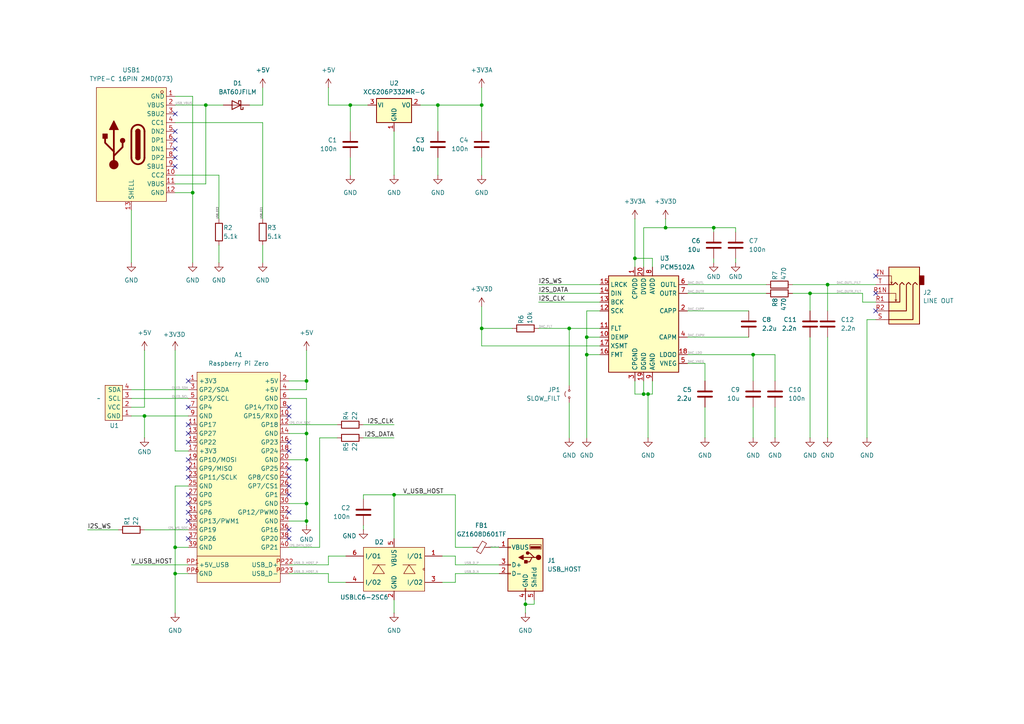
<source format=kicad_sch>
(kicad_sch (version 20250114) (generator "eeschema") (generator_version "9.0")
  (paper "A4")
  (lib_symbols
    (symbol "Audio:PCM5102A"
      (property "Reference" "U" (at -10.16 13.97 0))
      (property "Value" "PCM5102A" (at 3.81 13.97 0))
      (symbol "PCM5102A_0_1"
        (rectangle (start -10.16 12.7) (end 10.16 -15.24) (stroke (width 0.254)) (fill (type background)))
      )
      (symbol "PCM5102A_1_1"
        (pin input line (at -12.7 10.16 0) (length 2.54) (name "LRCK") (number "15"))
        (pin input line (at -12.7 7.62 0) (length 2.54) (name "DIN") (number "14"))
        (pin input line (at -12.7 5.08 0) (length 2.54) (name "BCK") (number "13"))
        (pin input line (at -12.7 2.54 0) (length 2.54) (name "SCK") (number "12"))
        (pin input line (at -12.7 -2.54 0) (length 2.54) (name "FLT") (number "11"))
        (pin input line (at -12.7 -5.08 0) (length 2.54) (name "DEMP") (number "10"))
        (pin input line (at -12.7 -7.62 0) (length 2.54) (name "XSMT") (number "17"))
        (pin input line (at -12.7 -10.16 0) (length 2.54) (name "FMT") (number "16"))
        (pin passive line (at -2.54 15.24 270) (length 2.54) (name "CPVDD") (number "1"))
        (pin power_in line (at -2.54 -17.78 90) (length 2.54) (name "CPGND") (number "3"))
        (pin power_in line (at 0 15.24 270) (length 2.54) (name "DVDD") (number "20"))
        (pin power_in line (at 0 -17.78 90) (length 2.54) (name "DGND") (number "19"))
        (pin power_in line (at 2.54 15.24 270) (length 2.54) (name "AVDD") (number "8"))
        (pin power_in line (at 2.54 -17.78 90) (length 2.54) (name "AGND") (number "9"))
        (pin output line (at 12.7 10.16 180) (length 2.54) (name "OUTL") (number "6"))
        (pin output line (at 12.7 7.62 180) (length 2.54) (name "OUTR") (number "7"))
        (pin passive line (at 12.7 2.54 180) (length 2.54) (name "CAPP") (number "2"))
        (pin passive line (at 12.7 -5.08 180) (length 2.54) (name "CAPM") (number "4"))
        (pin passive line (at 12.7 -10.16 180) (length 2.54) (name "LDOO") (number "18"))
        (pin passive line (at 12.7 -12.7 180) (length 2.54) (name "VNEG") (number "5"))
      )
    )
    (symbol "Connector:USB_A" (pin_names (offset 1.016))
      (property "Reference" "J" (at -5.08 11.43 0))
      (property "Value" "USB_A" (at -5.08 8.89 0))
      (symbol "USB_A_0_1"
        (rectangle (start -5.08 -7.62) (end 5.08 7.62) (stroke (width 0.254)) (fill (type background)))
        (circle (center -3.81 2.159) (radius 0.635) (stroke (width 0.254)) (fill (type outline)))
        (polyline (pts (xy -3.175 2.159) (xy -2.54 2.159) (xy -1.27 3.429) (xy -0.635 3.429)) (stroke (width 0.254)))
        (polyline (pts (xy -2.54 2.159) (xy -1.905 2.159) (xy -1.27 0.889) (xy 0 0.889)) (stroke (width 0.254)))
        (rectangle (start -1.524 4.826) (end -4.318 5.334) (fill (type outline)))
        (rectangle (start -1.27 4.572) (end -4.572 5.842))
        (circle (center -0.635 3.429) (radius 0.381) (stroke (width 0.254)) (fill (type outline)))
        (rectangle (start -0.127 -7.62) (end 0.127 -6.858))
        (rectangle (start 0.254 1.27) (end -0.508 0.508) (stroke (width 0.254)) (fill (type outline)))
        (polyline (pts (xy 0.635 2.794) (xy 0.635 1.524) (xy 1.905 2.159) (xy 0.635 2.794)) (stroke (width 0.254)) (fill (type outline)))
        (rectangle (start 5.08 4.953) (end 4.318 5.207))
        (rectangle (start 5.08 -0.127) (end 4.318 0.127))
        (rectangle (start 5.08 -2.667) (end 4.318 -2.413))
      )
      (symbol "USB_A_1_1"
        (polyline (pts (xy -1.905 2.159) (xy 0.635 2.159)) (stroke (width 0.254)))
        (pin passive line (at -2.54 -10.16 90) (length 2.54) (name "Shield") (number "5"))
        (pin power_in line (at 0 -10.16 90) (length 2.54) (name "GND") (number "4"))
        (pin power_in line (at 7.62 5.08 180) (length 2.54) (name "VBUS") (number "1"))
        (pin bidirectional line (at 7.62 0 180) (length 2.54) (name "D+") (number "3"))
        (pin bidirectional line (at 7.62 -2.54 180) (length 2.54) (name "D-") (number "2"))
      )
    )
    (symbol "Connector_Audio:AudioJack4_SwitchTR1"
      (property "Reference" "J" (at 0 11.43 0))
      (property "Value" "AudioJack4_SwitchTR1" (at 0 8.89 0))
      (symbol "AudioJack4_SwitchTR1_0_1"
        (rectangle (start -7.62 -5.08) (end -8.89 -7.62) (stroke (width 0.254)) (fill (type outline)))
        (rectangle (start 1.27 6.35) (end -7.62 -10.16) (stroke (width 0.254)) (fill (type background)))
        (polyline (pts (xy 1.27 2.54) (xy 2.54 2.54)))
        (polyline (pts (xy 1.27 -5.08) (xy 2.54 -5.08)))
        (polyline (pts (xy 2.54 5.08) (xy 1.27 5.08)))
        (polyline (pts (xy 2.54 0) (xy 1.27 0)))
      )
      (symbol "AudioJack4_SwitchTR1_1_1"
        (polyline (pts (xy -3.175 -5.08) (xy -2.54 -5.715) (xy -1.905 -5.08) (xy -1.905 0) (xy 1.27 0)) (stroke (width 0.254)))
        (polyline (pts (xy -1.27 -5.08) (xy -0.635 -5.715) (xy 0 -5.08) (xy 1.27 -5.08)) (stroke (width 0.254)))
        (polyline (pts (xy -0.762 -0.254) (xy -0.508 -0.762)))
        (polyline (pts (xy 0.508 -5.334) (xy 0.762 -5.842)))
        (polyline (pts (xy 1.27 5.08) (xy -5.715 5.08) (xy -5.715 -5.08) (xy -6.35 -5.715) (xy -6.985 -5.08)) (stroke (width 0.254)))
        (polyline (pts (xy 1.27 2.54) (xy -3.81 2.54) (xy -3.81 -5.08) (xy -4.445 -5.715) (xy -5.08 -5.08)) (stroke (width 0.254)))
        (polyline (pts (xy 2.54 -2.54) (xy -0.762 -2.54) (xy -0.762 -0.254) (xy -1.016 -0.762)))
        (polyline (pts (xy 2.54 -7.62) (xy 0.508 -7.62) (xy 0.508 -5.334) (xy 0.254 -5.842)))
        (pin passive line (at 5.08 5.08 180) (length 2.54) (name "~") (number "S"))
        (pin passive line (at 5.08 2.54 180) (length 2.54) (name "~") (number "R2"))
        (pin passive line (at 5.08 0 180) (length 2.54) (name "~") (number "R1"))
        (pin passive line (at 5.08 -2.54 180) (length 2.54) (name "~") (number "R1N"))
        (pin passive line (at 5.08 -5.08 180) (length 2.54) (name "~") (number "T"))
        (pin passive line (at 5.08 -7.62 180) (length 2.54) (name "~") (number "TN"))
      )
    )
    (symbol "Device:C" (pin_numbers (hide yes)) (pin_names (offset 0.254))
      (property "Reference" "C" (at 0.635 2.54 0))
      (property "Value" "C" (at 0.635 -2.54 0))
      (symbol "C_0_1"
        (polyline (pts (xy -2.032 0.762) (xy 2.032 0.762)) (stroke (width 0.508)))
        (polyline (pts (xy -2.032 -0.762) (xy 2.032 -0.762)) (stroke (width 0.508)))
      )
      (symbol "C_1_1"
        (pin passive line (at 0 3.81 270) (length 2.794) (name "~") (number "1"))
        (pin passive line (at 0 -3.81 90) (length 2.794) (name "~") (number "2"))
      )
    )
    (symbol "Device:D_Schottky" (pin_numbers (hide yes)) (pin_names (offset 1.016) (hide yes))
      (property "Reference" "D" (at 0 2.54 0))
      (property "Value" "D_Schottky" (at 0 -2.54 0))
      (symbol "D_Schottky_0_1"
        (polyline (pts (xy -1.905 0.635) (xy -1.905 1.27) (xy -1.27 1.27) (xy -1.27 -1.27) (xy -0.635 -1.27) (xy -0.635 -0.635)) (stroke (width 0.254)))
        (polyline (pts (xy 1.27 1.27) (xy 1.27 -1.27) (xy -1.27 0) (xy 1.27 1.27)) (stroke (width 0.254)))
        (polyline (pts (xy 1.27 0) (xy -1.27 0)))
      )
      (symbol "D_Schottky_1_1"
        (pin passive line (at -3.81 0 0) (length 2.54) (name "K") (number "1"))
        (pin passive line (at 3.81 0 180) (length 2.54) (name "A") (number "2"))
      )
    )
    (symbol "Device:FerriteBead_Small" (pin_numbers (hide yes)) (pin_names (offset 0))
      (property "Reference" "FB" (at 1.905 1.27 0))
      (property "Value" "FerriteBead_Small" (at 1.905 -1.27 0))
      (symbol "FerriteBead_Small_0_1"
        (polyline (pts (xy -1.8288 0.2794) (xy -1.1176 1.4986) (xy 1.8288 -0.2032) (xy 1.1176 -1.4224) (xy -1.8288 0.2794)))
        (polyline (pts (xy 0 0.889) (xy 0 1.2954)))
        (polyline (pts (xy 0 -1.27) (xy 0 -0.7874)))
      )
      (symbol "FerriteBead_Small_1_1"
        (pin passive line (at 0 2.54 270) (length 1.27) (name "~") (number "1"))
        (pin passive line (at 0 -2.54 90) (length 1.27) (name "~") (number "2"))
      )
    )
    (symbol "Device:R" (pin_numbers (hide yes)) (pin_names (offset 0))
      (property "Reference" "R" (at 2.032 0 90))
      (property "Value" "R" (at 0 0 90))
      (symbol "R_0_1"
        (rectangle (start -1.016 -2.54) (end 1.016 2.54) (stroke (width 0.254)))
      )
      (symbol "R_1_1"
        (pin passive line (at 0 3.81 270) (length 1.27) (name "~") (number "1"))
        (pin passive line (at 0 -3.81 90) (length 1.27) (name "~") (number "2"))
      )
    )
    (symbol "Jumper:Jumper_2_Small_Open" (pin_numbers (hide yes)) (pin_names (offset 0) (hide yes))
      (property "Reference" "JP" (at 0 2.794 0))
      (property "Value" "Jumper_2_Small_Open" (at 0 -2.286 0))
      (symbol "Jumper_2_Small_Open_0_0"
        (circle (center -1.016 0) (radius 0.254))
        (circle (center 1.016 0) (radius 0.254))
      )
      (symbol "Jumper_2_Small_Open_0_1"
        (arc (start -0.762 1.0196) (mid 0 1.2729) (end 0.762 1.0196))
      )
      (symbol "Jumper_2_Small_Open_1_1"
        (pin passive line (at -2.54 0 0) (length 1.27) (name "A") (number "1"))
        (pin passive line (at 2.54 0 180) (length 1.27) (name "B") (number "2"))
      )
    )
    (symbol "Regulator_Linear:XC6206PxxxMR" (pin_names (offset 0.254))
      (property "Reference" "U" (at -3.81 3.175 0))
      (property "Value" "XC6206PxxxMR" (at 0 3.175 0))
      (symbol "XC6206PxxxMR_0_1"
        (rectangle (start -5.08 1.905) (end 5.08 -5.08) (stroke (width 0.254)) (fill (type background)))
      )
      (symbol "XC6206PxxxMR_1_1"
        (pin power_in line (at -7.62 0 0) (length 2.54) (name "VI") (number "3"))
        (pin power_in line (at 0 -7.62 90) (length 2.54) (name "GND") (number "1"))
        (pin power_out line (at 7.62 0 180) (length 2.54) (name "VO") (number "2"))
      )
    )
    (symbol "_lib:OLED_128x32"
      (property "Reference" "U" (at 0 0 0))
      (symbol "OLED_128x32_1_1"
        (rectangle (start 0 5.08) (end 5.08 -5.08) (fill (type background)))
        (pin power_in line (at -2.54 3.81 0) (length 2.54) (name "GND") (number "1"))
        (pin power_in line (at -2.54 1.27 0) (length 2.54) (name "VCC") (number "2"))
        (pin input line (at -2.54 -1.27 0) (length 2.54) (name "SCL") (number "3"))
        (pin input line (at -2.54 -3.81 0) (length 2.54) (name "SDA") (number "4"))
      )
    )
    (symbol "_lib:Raspberry_Pi_Zero"
      (property "Reference" "A" (at 3.048 3.81 0))
      (property "Value" "Raspberry Pi Zero" (at 13.462 -60.198 0))
      (symbol "Raspberry_Pi_Zero_1_1"
        (rectangle (start 2.54 2.54) (end 26.67 -58.42) (fill (type background)))
        (polyline (pts (xy 2.54 -50.8) (xy 26.67 -50.8)))
        (pin input line (at 0 0 0) (length 2.54) (name "+3V3") (number "1"))
        (pin input line (at 0 -2.54 0) (length 2.54) (name "GP2/SDA") (number "3"))
        (pin input line (at 0 -5.08 0) (length 2.54) (name "GP3/SCL") (number "5"))
        (pin input line (at 0 -7.62 0) (length 2.54) (name "GP4") (number "7"))
        (pin input line (at 0 -10.16 0) (length 2.54) (name "GND") (number "9"))
        (pin input line (at 0 -12.7 0) (length 2.54) (name "GP17") (number "11"))
        (pin input line (at 0 -15.24 0) (length 2.54) (name "GP27") (number "13"))
        (pin input line (at 0 -17.78 0) (length 2.54) (name "GP22") (number "15"))
        (pin input line (at 0 -20.32 0) (length 2.54) (name "+3V3") (number "17"))
        (pin input line (at 0 -22.86 0) (length 2.54) (name "GP10/MOSI") (number "19"))
        (pin input line (at 0 -25.4 0) (length 2.54) (name "GP9/MISO") (number "21"))
        (pin input line (at 0 -27.94 0) (length 2.54) (name "GP11/SCLK") (number "23"))
        (pin input line (at 0 -30.48 0) (length 2.54) (name "GND") (number "25"))
        (pin input line (at 0 -33.02 0) (length 2.54) (name "GP0") (number "27"))
        (pin input line (at 0 -35.56 0) (length 2.54) (name "GP5") (number "29"))
        (pin input line (at 0 -38.1 0) (length 2.54) (name "GP6") (number "31"))
        (pin input line (at 0 -40.64 0) (length 2.54) (name "GP13/PWM1") (number "33"))
        (pin input line (at 0 -43.18 0) (length 2.54) (name "GP19") (number "35"))
        (pin input line (at 0 -45.72 0) (length 2.54) (name "GP26") (number "37"))
        (pin input line (at 0 -48.26 0) (length 2.54) (name "GND") (number "39"))
        (pin input line (at 0 -53.34 0) (length 2.54) (name "+5V_USB") (number "PP1"))
        (pin input line (at 0 -55.88 0) (length 2.54) (name "GND") (number "PP6"))
        (pin input line (at 29.21 0 180) (length 2.54) (name "+5V") (number "2"))
        (pin input line (at 29.21 -2.54 180) (length 2.54) (name "+5V") (number "4"))
        (pin input line (at 29.21 -5.08 180) (length 2.54) (name "GND") (number "6"))
        (pin input line (at 29.21 -7.62 180) (length 2.54) (name "GP14/TXD") (number "8"))
        (pin input line (at 29.21 -10.16 180) (length 2.54) (name "GP15/RXD") (number "10"))
        (pin input line (at 29.21 -12.7 180) (length 2.54) (name "GP18") (number "12"))
        (pin input line (at 29.21 -15.24 180) (length 2.54) (name "GND") (number "14"))
        (pin input line (at 29.21 -17.78 180) (length 2.54) (name "GP23") (number "16"))
        (pin input line (at 29.21 -20.32 180) (length 2.54) (name "GP24") (number "18"))
        (pin input line (at 29.21 -22.86 180) (length 2.54) (name "GND") (number "20"))
        (pin input line (at 29.21 -25.4 180) (length 2.54) (name "GP25") (number "22"))
        (pin input line (at 29.21 -27.94 180) (length 2.54) (name "GP8/CS0") (number "24"))
        (pin input line (at 29.21 -30.48 180) (length 2.54) (name "GP7/CS1") (number "26"))
        (pin input line (at 29.21 -33.02 180) (length 2.54) (name "GP1") (number "28"))
        (pin input line (at 29.21 -35.56 180) (length 2.54) (name "GND") (number "30"))
        (pin input line (at 29.21 -38.1 180) (length 2.54) (name "GP12/PWM0") (number "32"))
        (pin input line (at 29.21 -40.64 180) (length 2.54) (name "GND") (number "34"))
        (pin input line (at 29.21 -43.18 180) (length 2.54) (name "GP16") (number "36"))
        (pin input line (at 29.21 -45.72 180) (length 2.54) (name "GP20") (number "38"))
        (pin input line (at 29.21 -48.26 180) (length 2.54) (name "GP21") (number "40"))
        (pin input line (at 29.21 -53.34 180) (length 2.54) (name "USB_D+") (number "PP22"))
        (pin input line (at 29.21 -55.88 180) (length 2.54) (name "USB_D-") (number "PP23"))
      )
    )
    (symbol "_lib:USB-C-SMD_TYPE-C-16PIN"
      (property "Reference" "USB" (at 0 19.05 0))
      (property "Value" "TYPE-C 16PIN 2MD(073)" (at 0 -25.908 0))
      (symbol "USB-C-SMD_TYPE-C-16PIN_0_1"
        (rectangle (start -10.16 16.51) (end 10.16 -16.51) (fill (type background)))
        (circle (center -8.89 15.24) (radius 0.38))
        (polyline (pts (xy -3.81 -3.81) (xy -3.81 3.81)) (stroke (width 0.508)))
        (rectangle (start -2.54 -3.81) (end -1.27 3.81) (stroke (width 0.254)) (fill (type outline)))
        (arc (start -2.54 3.81) (mid -1.905 4.4423) (end -1.27 3.81) (stroke (width 0.254)))
        (arc (start -2.54 3.81) (mid -1.905 4.4423) (end -1.27 3.81) (stroke (width 0.254)) (fill (type outline)))
        (arc (start -3.81 3.81) (mid -1.905 5.7067) (end 0 3.81) (stroke (width 0.508)))
        (arc (start 0 -3.81) (mid -1.905 -5.7067) (end -3.81 -3.81) (stroke (width 0.508)))
        (arc (start -1.27 -3.81) (mid -1.905 -4.4423) (end -2.54 -3.81) (stroke (width 0.254)))
        (arc (start -1.27 -3.81) (mid -1.905 -4.4423) (end -2.54 -3.81) (stroke (width 0.254)) (fill (type outline)))
        (polyline (pts (xy 0 3.81) (xy 0 -3.81)) (stroke (width 0.508)))
        (circle (center 2.54 1.143) (radius 0.635) (stroke (width 0.254)) (fill (type outline)))
        (polyline (pts (xy 3.81 4.318) (xy 5.08 6.858) (xy 6.35 4.318) (xy 3.81 4.318)) (stroke (width 0.254)) (fill (type outline)))
        (polyline (pts (xy 5.08 -2.032) (xy 7.62 0.508) (xy 7.62 1.778)) (stroke (width 0.508)))
        (polyline (pts (xy 5.08 -3.302) (xy 2.54 -0.762) (xy 2.54 0.508)) (stroke (width 0.508)))
        (polyline (pts (xy 5.08 -5.842) (xy 5.08 4.318)) (stroke (width 0.508)))
        (circle (center 5.08 -5.842) (radius 1.27) (fill (type outline)))
        (rectangle (start 6.985 1.778) (end 8.255 3.048) (stroke (width 0.254)) (fill (type outline)))
        (pin unspecified line (at -12.7 8.89 0) (length 2.54) (name "SBU2") (number "3"))
        (pin unspecified line (at -12.7 6.35 0) (length 2.54) (name "CC1") (number "4"))
        (pin unspecified line (at -12.7 -6.35 0) (length 2.54) (name "SBU1") (number "9"))
        (pin unspecified line (at -12.7 -8.89 0) (length 2.54) (name "CC2") (number "10"))
        (pin unspecified line (at 0 -19.05 90) (length 2.54) (name "SHELL") (number "13"))
      )
      (symbol "USB-C-SMD_TYPE-C-16PIN_1_1"
        (pin power_out line (at -12.7 13.97 0) (length 2.54) (name "GND") (number "1"))
        (pin power_out line (at -12.7 11.43 0) (length 2.54) (name "VBUS") (number "2"))
        (pin bidirectional line (at -12.7 3.81 0) (length 2.54) (name "DN2") (number "5"))
        (pin bidirectional line (at -12.7 1.27 0) (length 2.54) (name "DP1") (number "6"))
        (pin bidirectional line (at -12.7 -1.27 0) (length 2.54) (name "DN1") (number "7"))
        (pin bidirectional line (at -12.7 -3.81 0) (length 2.54) (name "DP2") (number "8"))
        (pin power_out line (at -12.7 -11.43 0) (length 2.54) (name "VBUS") (number "11"))
        (pin power_out line (at -12.7 -13.97 0) (length 2.54) (name "GND") (number "12"))
      )
    )
    (symbol "_lib:USBLC6-2SC6"
      (property "Reference" "D" (at -9.398 7.874 0))
      (property "Value" "USBLC6-2SC6" (at -8.89 -8.128 0))
      (symbol "USBLC6-2SC6_0_1"
        (rectangle (start -8.89 6.35) (end 8.89 -6.35) (fill (type background)))
        (circle (center -8.64 0) (radius 0.25))
        (polyline (pts (xy -6.35 1.27) (xy -6.35 1.27) (xy -2.54 1.27) (xy -2.54 1.27)))
        (polyline (pts (xy -2.8 -1.27) (xy -4.32 1.27) (xy -6.1 -1.27) (xy -2.8 -1.27)) (fill (type background)))
        (polyline (pts (xy 2.54 1.27) (xy 2.54 1.27) (xy 6.35 1.27) (xy 6.35 1.27)))
        (polyline (pts (xy 6.09 -1.27) (xy 4.57 1.27) (xy 2.79 -1.27) (xy 6.09 -1.27)) (fill (type background)))
      )
      (symbol "USBLC6-2SC6_1_1"
        (pin input line (at -13.97 3.81 0) (length 5.08) (name "I/O1") (number "1"))
        (pin input line (at -13.97 -3.81 0) (length 5.08) (name "I/O2") (number "3"))
        (pin input line (at 0 8.89 270) (length 2.54) (name "VBUS") (number "5"))
        (pin input line (at 0 -8.89 90) (length 2.54) (name "GND") (number "2"))
        (pin input line (at 13.97 3.81 180) (length 5.08) (name "I/O1") (number "6"))
        (pin input line (at 13.97 -3.81 180) (length 5.08) (name "I/O2") (number "4"))
      )
    )
    (symbol "power:+3V3" (power) (pin_numbers (hide yes)) (pin_names (offset 0) (hide yes))
      (property "Value" "+3V3" (at 0 3.556 0))
      (symbol "+3V3_0_1"
        (polyline (pts (xy -0.762 1.27) (xy 0 2.54)))
        (polyline (pts (xy 0 2.54) (xy 0.762 1.27)))
        (polyline (pts (xy 0 0) (xy 0 2.54)))
      )
      (symbol "+3V3_1_1"
        (pin power_in line (at 0 0 90) (length 0) (name "~") (number "1"))
      )
    )
    (symbol "power:+5V" (power) (pin_numbers (hide yes)) (pin_names (offset 0) (hide yes))
      (property "Value" "+5V" (at 0 3.556 0))
      (symbol "+5V_0_1"
        (polyline (pts (xy -0.762 1.27) (xy 0 2.54)))
        (polyline (pts (xy 0 2.54) (xy 0.762 1.27)))
        (polyline (pts (xy 0 0) (xy 0 2.54)))
      )
      (symbol "+5V_1_1"
        (pin power_in line (at 0 0 90) (length 0) (name "~") (number "1"))
      )
    )
    (symbol "power:GND" (power) (pin_numbers (hide yes)) (pin_names (offset 0) (hide yes))
      (property "Value" "GND" (at 0 -3.81 0))
      (symbol "GND_0_1"
        (polyline (pts (xy 0 0) (xy 0 -1.27) (xy 1.27 -1.27) (xy 0 -2.54) (xy -1.27 -1.27) (xy 0 -1.27)))
      )
      (symbol "GND_1_1"
        (pin power_in line (at 0 0 270) (length 0) (name "~") (number "1"))
      )
    )
  )
  (junction (at 193.04 66.04))
  (junction (at 50.8 158.75))
  (junction (at 127 30.48))
  (junction (at 240.03 82.55))
  (junction (at 186.69 114.3))
  (junction (at 50.8 166.37))
  (junction (at 207.01 66.04))
  (junction (at 139.7 30.48))
  (junction (at 88.9 151.13))
  (junction (at 234.95 85.09))
  (junction (at 41.91 120.65))
  (junction (at 218.44 102.87))
  (junction (at 114.3 143.51))
  (junction (at 165.1 95.25))
  (junction (at 187.96 114.3))
  (junction (at 88.9 110.49))
  (junction (at 88.9 133.35))
  (junction (at 88.9 125.73))
  (junction (at 88.9 146.05))
  (junction (at 184.15 74.93))
  (junction (at 55.88 55.88))
  (junction (at 170.18 102.87))
  (junction (at 170.18 97.79))
  (junction (at 139.7 95.25))
  (junction (at 59.69 30.48))
  (junction (at 152.4 175.26))
  (junction (at 101.6 30.48))
  (no_connect (at 50.8 40.64))
  (no_connect (at 54.61 133.35))
  (no_connect (at 54.61 148.59))
  (no_connect (at 54.61 135.89))
  (no_connect (at 83.82 130.81))
  (no_connect (at 83.82 153.67))
  (no_connect (at 54.61 143.51))
  (no_connect (at 54.61 110.49))
  (no_connect (at 50.8 38.1))
  (no_connect (at 54.61 128.27))
  (no_connect (at 54.61 118.11))
  (no_connect (at 254 80.01))
  (no_connect (at 50.8 33.02))
  (no_connect (at 83.82 143.51))
  (no_connect (at 50.8 45.72))
  (no_connect (at 83.82 140.97))
  (no_connect (at 50.8 43.18))
  (no_connect (at 54.61 125.73))
  (no_connect (at 54.61 123.19))
  (no_connect (at 54.61 156.21))
  (no_connect (at 50.8 48.26))
  (no_connect (at 83.82 120.65))
  (no_connect (at 254 85.09))
  (no_connect (at 54.61 151.13))
  (no_connect (at 83.82 148.59))
  (no_connect (at 83.82 138.43))
  (no_connect (at 54.61 146.05))
  (no_connect (at 83.82 156.21))
  (no_connect (at 254 90.17))
  (no_connect (at 83.82 135.89))
  (no_connect (at 54.61 138.43))
  (no_connect (at 83.82 118.11))
  (no_connect (at 83.82 128.27))
  (wire (pts (xy 184.15 114.3) (xy 186.69 114.3)))
  (wire (pts (xy 251.46 92.71) (xy 251.46 127)))
  (wire (pts (xy 193.04 63.5) (xy 193.04 66.04)))
  (wire (pts (xy 41.91 120.65) (xy 54.61 120.65)))
  (wire (pts (xy 95.25 25.4) (xy 95.25 30.48)))
  (wire (pts (xy 128.27 161.29) (xy 132.08 161.29)))
  (wire (pts (xy 50.8 140.97) (xy 50.8 158.75)))
  (wire (pts (xy 83.82 113.03) (xy 88.9 113.03)))
  (wire (pts (xy 50.8 101.6) (xy 50.8 130.81)))
  (wire (pts (xy 88.9 151.13) (xy 88.9 146.05)))
  (wire (pts (xy 170.18 90.17) (xy 170.18 97.79)))
  (wire (pts (xy 105.41 123.19) (xy 114.3 123.19)))
  (wire (pts (xy 186.69 66.04) (xy 193.04 66.04)))
  (wire (pts (xy 254 92.71) (xy 251.46 92.71)))
  (wire (pts (xy 173.99 100.33) (xy 139.7 100.33)))
  (wire (pts (xy 132.08 163.83) (xy 144.78 163.83)))
  (wire (pts (xy 83.82 166.37) (xy 95.25 166.37)))
  (wire (pts (xy 187.96 114.3) (xy 186.69 114.3)))
  (wire (pts (xy 170.18 97.79) (xy 170.18 102.87)))
  (wire (pts (xy 105.41 152.4) (xy 105.41 153.67)))
  (wire (pts (xy 38.1 118.11) (xy 41.91 118.11)))
  (wire (pts (xy 63.5 63.5) (xy 63.5 50.8)))
  (wire (pts (xy 76.2 30.48) (xy 76.2 25.4)))
  (wire (pts (xy 132.08 158.75) (xy 137.16 158.75)))
  (wire (pts (xy 139.7 100.33) (xy 139.7 95.25)))
  (wire (pts (xy 144.78 166.37) (xy 132.08 166.37)))
  (wire (pts (xy 41.91 118.11) (xy 41.91 101.6)))
  (wire (pts (xy 186.69 66.04) (xy 186.69 77.47)))
  (wire (pts (xy 132.08 166.37) (xy 132.08 168.91)))
  (wire (pts (xy 95.25 30.48) (xy 101.6 30.48)))
  (wire (pts (xy 207.01 67.31) (xy 207.01 66.04)))
  (wire (pts (xy 184.15 110.49) (xy 184.15 114.3)))
  (wire (pts (xy 186.69 110.49) (xy 186.69 114.3)))
  (wire (pts (xy 50.8 53.34) (xy 59.69 53.34)))
  (wire (pts (xy 100.33 161.29) (xy 95.25 161.29)))
  (wire (pts (xy 199.39 90.17) (xy 217.17 90.17)))
  (wire (pts (xy 55.88 55.88) (xy 55.88 76.2)))
  (wire (pts (xy 83.82 123.19) (xy 97.79 123.19)))
  (wire (pts (xy 152.4 175.26) (xy 152.4 177.8)))
  (wire (pts (xy 83.82 163.83) (xy 95.25 163.83)))
  (wire (pts (xy 54.61 130.81) (xy 50.8 130.81)))
  (wire (pts (xy 83.82 151.13) (xy 88.9 151.13)))
  (wire (pts (xy 83.82 110.49) (xy 88.9 110.49)))
  (wire (pts (xy 213.36 67.31) (xy 213.36 66.04)))
  (wire (pts (xy 83.82 146.05) (xy 88.9 146.05)))
  (wire (pts (xy 218.44 118.11) (xy 218.44 127)))
  (wire (pts (xy 224.79 102.87) (xy 218.44 102.87)))
  (wire (pts (xy 204.47 118.11) (xy 204.47 127)))
  (wire (pts (xy 224.79 110.49) (xy 224.79 102.87)))
  (wire (pts (xy 154.94 175.26) (xy 152.4 175.26)))
  (wire (pts (xy 127 45.72) (xy 127 50.8)))
  (wire (pts (xy 165.1 95.25) (xy 165.1 111.76)))
  (wire (pts (xy 189.23 110.49) (xy 189.23 114.3)))
  (wire (pts (xy 59.69 30.48) (xy 64.77 30.48)))
  (wire (pts (xy 88.9 125.73) (xy 83.82 125.73)))
  (wire (pts (xy 95.25 166.37) (xy 95.25 168.91)))
  (wire (pts (xy 199.39 82.55) (xy 222.25 82.55)))
  (wire (pts (xy 76.2 63.5) (xy 76.2 35.56)))
  (wire (pts (xy 250.19 87.63) (xy 250.19 85.09)))
  (wire (pts (xy 156.21 95.25) (xy 165.1 95.25)))
  (wire (pts (xy 156.21 87.63) (xy 173.99 87.63)))
  (wire (pts (xy 63.5 50.8) (xy 50.8 50.8)))
  (wire (pts (xy 240.03 90.17) (xy 240.03 82.55)))
  (wire (pts (xy 76.2 35.56) (xy 50.8 35.56)))
  (wire (pts (xy 152.4 173.99) (xy 152.4 175.26)))
  (wire (pts (xy 170.18 102.87) (xy 173.99 102.87)))
  (wire (pts (xy 92.71 127) (xy 92.71 158.75)))
  (wire (pts (xy 88.9 115.57) (xy 88.9 125.73)))
  (wire (pts (xy 156.21 82.55) (xy 173.99 82.55)))
  (wire (pts (xy 105.41 127) (xy 114.3 127)))
  (wire (pts (xy 213.36 66.04) (xy 207.01 66.04)))
  (wire (pts (xy 88.9 152.4) (xy 88.9 151.13)))
  (wire (pts (xy 121.92 30.48) (xy 127 30.48)))
  (wire (pts (xy 204.47 110.49) (xy 204.47 105.41)))
  (wire (pts (xy 154.94 173.99) (xy 154.94 175.26)))
  (wire (pts (xy 88.9 113.03) (xy 88.9 110.49)))
  (wire (pts (xy 189.23 114.3) (xy 187.96 114.3)))
  (wire (pts (xy 88.9 110.49) (xy 88.9 101.6)))
  (wire (pts (xy 101.6 30.48) (xy 101.6 38.1)))
  (wire (pts (xy 170.18 127) (xy 170.18 102.87)))
  (wire (pts (xy 199.39 102.87) (xy 218.44 102.87)))
  (wire (pts (xy 127 30.48) (xy 139.7 30.48)))
  (wire (pts (xy 184.15 74.93) (xy 189.23 74.93)))
  (wire (pts (xy 234.95 85.09) (xy 234.95 90.17)))
  (wire (pts (xy 156.21 85.09) (xy 173.99 85.09)))
  (wire (pts (xy 114.3 143.51) (xy 132.08 143.51)))
  (wire (pts (xy 83.82 133.35) (xy 88.9 133.35)))
  (wire (pts (xy 101.6 30.48) (xy 106.68 30.48)))
  (wire (pts (xy 229.87 85.09) (xy 234.95 85.09)))
  (wire (pts (xy 38.1 115.57) (xy 54.61 115.57)))
  (wire (pts (xy 199.39 85.09) (xy 222.25 85.09)))
  (wire (pts (xy 218.44 102.87) (xy 218.44 110.49)))
  (wire (pts (xy 88.9 146.05) (xy 88.9 133.35)))
  (wire (pts (xy 193.04 66.04) (xy 207.01 66.04)))
  (wire (pts (xy 187.96 114.3) (xy 187.96 127)))
  (wire (pts (xy 165.1 116.84) (xy 165.1 127)))
  (wire (pts (xy 50.8 158.75) (xy 50.8 166.37)))
  (wire (pts (xy 114.3 143.51) (xy 114.3 156.21)))
  (wire (pts (xy 139.7 95.25) (xy 148.59 95.25)))
  (wire (pts (xy 55.88 27.94) (xy 55.88 55.88)))
  (wire (pts (xy 95.25 161.29) (xy 95.25 163.83)))
  (wire (pts (xy 234.95 97.79) (xy 234.95 127)))
  (wire (pts (xy 213.36 74.93) (xy 213.36 76.2)))
  (wire (pts (xy 127 30.48) (xy 127 38.1)))
  (wire (pts (xy 50.8 177.8) (xy 50.8 166.37)))
  (wire (pts (xy 38.1 163.83) (xy 54.61 163.83)))
  (wire (pts (xy 105.41 143.51) (xy 105.41 144.78)))
  (wire (pts (xy 240.03 82.55) (xy 254 82.55)))
  (wire (pts (xy 139.7 45.72) (xy 139.7 50.8)))
  (wire (pts (xy 72.39 30.48) (xy 76.2 30.48)))
  (wire (pts (xy 76.2 71.12) (xy 76.2 76.2)))
  (wire (pts (xy 38.1 120.65) (xy 41.91 120.65)))
  (wire (pts (xy 250.19 85.09) (xy 234.95 85.09)))
  (wire (pts (xy 41.91 153.67) (xy 54.61 153.67)))
  (wire (pts (xy 59.69 30.48) (xy 50.8 30.48)))
  (wire (pts (xy 88.9 133.35) (xy 88.9 125.73)))
  (wire (pts (xy 97.79 127) (xy 92.71 127)))
  (wire (pts (xy 184.15 74.93) (xy 184.15 77.47)))
  (wire (pts (xy 54.61 158.75) (xy 50.8 158.75)))
  (wire (pts (xy 139.7 25.4) (xy 139.7 30.48)))
  (wire (pts (xy 240.03 97.79) (xy 240.03 127)))
  (wire (pts (xy 50.8 166.37) (xy 54.61 166.37)))
  (wire (pts (xy 59.69 53.34) (xy 59.69 30.48)))
  (wire (pts (xy 101.6 45.72) (xy 101.6 50.8)))
  (wire (pts (xy 41.91 120.65) (xy 41.91 127)))
  (wire (pts (xy 139.7 95.25) (xy 139.7 88.9)))
  (wire (pts (xy 165.1 95.25) (xy 173.99 95.25)))
  (wire (pts (xy 199.39 97.79) (xy 217.17 97.79)))
  (wire (pts (xy 254 87.63) (xy 250.19 87.63)))
  (wire (pts (xy 204.47 105.41) (xy 199.39 105.41)))
  (wire (pts (xy 132.08 143.51) (xy 132.08 158.75)))
  (wire (pts (xy 173.99 97.79) (xy 170.18 97.79)))
  (wire (pts (xy 63.5 71.12) (xy 63.5 76.2)))
  (wire (pts (xy 50.8 55.88) (xy 55.88 55.88)))
  (wire (pts (xy 50.8 27.94) (xy 55.88 27.94)))
  (wire (pts (xy 105.41 143.51) (xy 114.3 143.51)))
  (wire (pts (xy 207.01 74.93) (xy 207.01 76.2)))
  (wire (pts (xy 173.99 90.17) (xy 170.18 90.17)))
  (wire (pts (xy 114.3 38.1) (xy 114.3 50.8)))
  (wire (pts (xy 83.82 115.57) (xy 88.9 115.57)))
  (wire (pts (xy 54.61 140.97) (xy 50.8 140.97)))
  (wire (pts (xy 38.1 113.03) (xy 54.61 113.03)))
  (wire (pts (xy 224.79 118.11) (xy 224.79 127)))
  (wire (pts (xy 25.4 153.67) (xy 34.29 153.67)))
  (wire (pts (xy 38.1 60.96) (xy 38.1 76.2)))
  (wire (pts (xy 142.24 158.75) (xy 144.78 158.75)))
  (wire (pts (xy 132.08 161.29) (xy 132.08 163.83)))
  (wire (pts (xy 128.27 168.91) (xy 132.08 168.91)))
  (wire (pts (xy 114.3 173.99) (xy 114.3 177.8)))
  (wire (pts (xy 139.7 30.48) (xy 139.7 38.1)))
  (wire (pts (xy 83.82 158.75) (xy 92.71 158.75)))
  (wire (pts (xy 240.03 82.55) (xy 229.87 82.55)))
  (wire (pts (xy 95.25 168.91) (xy 100.33 168.91)))
  (wire (pts (xy 184.15 63.5) (xy 184.15 74.93)))
  (wire (pts (xy 189.23 77.47) (xy 189.23 74.93)))
  (label "USB_D_HOST_N" (at 85.09 166.37 0) (effects (font (size 0.635 0.635))))
  (label "USB_CC1" (at 76.2 63.5 90) (effects (font (size 0.508 0.508))))
  (label "I2S_DATA" (at 114.3 127 180))
  (label "DAC_OUTR" (at 199.39 85.09 0) (effects (font (size 0.635 0.635))))
  (label "I2S_DATA" (at 156.21 85.09 0))
  (label "V_USB_HOST" (at 38.1 163.83 0))
  (label "DAC_VNEG" (at 199.39 105.41 0) (effects (font (size 0.635 0.635))))
  (label "USB_VBUS" (at 50.8 30.48 0) (effects (font (size 0.635 0.635))))
  (label "USB_CC2" (at 63.5 63.5 90) (effects (font (size 0.508 0.508))))
  (label "I2S_CLK" (at 114.3 123.19 180))
  (label "I2S_WS" (at 25.4 153.67 0))
  (label "I2S_WS" (at 156.21 82.55 0))
  (label "USB_D_N" (at 134.62 166.37 0) (effects (font (size 0.635 0.635))))
  (label "OLED_SDA" (at 54.61 113.03 180) (effects (font (size 0.635 0.635))))
  (label "DAC_OUTR_FILT" (at 242.57 85.09 0) (effects (font (size 0.635 0.635))))
  (label "I2S_DATA_SOC" (at 83.82 158.75 0) (effects (font (size 0.635 0.635))))
  (label "I2S_WS_SOC" (at 54.61 153.67 180) (effects (font (size 0.635 0.635))))
  (label "V_USB_HOST" (at 116.84 143.51 0))
  (label "I2S_CLK" (at 156.21 87.63 0))
  (label "I2S_CLK_SOC" (at 83.82 123.19 0) (effects (font (size 0.635 0.635))))
  (label "DAC_CAPM" (at 199.39 97.79 0) (effects (font (size 0.635 0.635))))
  (label "V_USB_HOST_FB" (at 144.78 158.75 180) (effects (font (size 0.254 0.254))))
  (label "USB_D_P" (at 134.62 163.83 0) (effects (font (size 0.635 0.635))))
  (label "USB_D_HOST_P" (at 85.09 163.83 0) (effects (font (size 0.635 0.635))))
  (label "DAC_CAPP" (at 199.39 90.17 0) (effects (font (size 0.635 0.635))))
  (label "DAC_OUTL" (at 199.39 82.55 0) (effects (font (size 0.635 0.635))))
  (label "DAC_FLT" (at 156.21 95.25 0) (effects (font (size 0.635 0.635))))
  (label "DAC_OUTL_FILT" (at 242.57 82.55 0) (effects (font (size 0.635 0.635))))
  (label "DAC_LDO" (at 199.39 102.87 0) (effects (font (size 0.635 0.635))))
  (label "OLED_SCL" (at 54.61 115.57 180) (effects (font (size 0.635 0.635))))
  (symbol (lib_id "Device:C") (at 101.6 41.91 0) (mirror y) (unit 1)
    (property "Reference" "C1" (at 97.79 40.6399 0) (effects (justify left)))
    (property "Value" "100n" (at 97.79 43.1799 0) (effects (justify left)))
    (property "Footprint" "Capacitor_SMD:C_0402_1005Metric" (effects (hide yes)))
    (property "Description" "Unpolarized capacitor" (effects (hide yes)))
    (property "LCSC Part" "C1525" (effects (hide yes)))
  )
  (symbol (lib_id "power:GND") (at 114.3 50.8 0) (unit 1)
    (property "Reference" "#PWR015" (effects (hide yes)))
    (property "Value" "GND" (at 114.3 55.88 0))
    (property "Description" "Power symbol creates a global label with name \"GND\" , ground" (effects (hide yes)))
  )
  (symbol (lib_id "power:GND") (at 139.7 50.8 0) (unit 1)
    (property "Reference" "#PWR019" (effects (hide yes)))
    (property "Value" "GND" (at 139.7 55.88 0))
    (property "Description" "Power symbol creates a global label with name \"GND\" , ground" (effects (hide yes)))
  )
  (symbol (lib_id "_lib:OLED_128x32") (at 35.56 116.84 180) (unit 1) (in_bom no)
    (property "Reference" "U1" (at 34.544 123.444 0) (effects (justify left)))
    (property "Value" "~" (at 29.21 115.57 0) (effects (justify left)))
    (property "Footprint" "_lib:SSD1306-0.91-OLED-4pin-128x32" (effects (hide yes)))
  )
  (symbol (lib_id "power:GND") (at 38.1 76.2 0) (unit 1)
    (property "Reference" "#PWR01" (effects (hide yes)))
    (property "Value" "GND" (at 38.1 81.28 0))
    (property "Description" "Power symbol creates a global label with name \"GND\" , ground" (effects (hide yes)))
  )
  (symbol (lib_id "power:GND") (at 234.95 127 0) (unit 1)
    (property "Reference" "#PWR032" (effects (hide yes)))
    (property "Value" "GND" (at 234.95 132.08 0))
    (property "Description" "Power symbol creates a global label with name \"GND\" , ground" (effects (hide yes)))
  )
  (symbol (lib_id "power:GND") (at 101.6 50.8 0) (unit 1)
    (property "Reference" "#PWR013" (effects (hide yes)))
    (property "Value" "GND" (at 101.6 55.88 0))
    (property "Description" "Power symbol creates a global label with name \"GND\" , ground" (effects (hide yes)))
  )
  (symbol (lib_id "Jumper:Jumper_2_Small_Open") (at 165.1 114.3 90) (unit 1) (in_bom no)
    (property "Reference" "JP1" (at 162.56 113.0299 90) (effects (justify left)))
    (property "Value" "SLOW_FILT" (at 162.56 115.5699 90) (effects (justify left)))
    (property "Footprint" "Jumper:SolderJumper-2_P1.3mm_Open_RoundedPad1.0x1.5mm" (effects (hide yes)))
    (property "Description" "Jumper, 2-pole, small symbol, open" (effects (hide yes)))
  )
  (symbol (lib_id "Device:C") (at 224.79 114.3 0) (unit 1)
    (property "Reference" "C10" (at 228.6 113.0299 0) (effects (justify left)))
    (property "Value" "100n" (at 228.6 115.5699 0) (effects (justify left)))
    (property "Footprint" "Capacitor_SMD:C_0402_1005Metric" (effects (hide yes)))
    (property "Description" "Unpolarized capacitor" (effects (hide yes)))
    (property "LCSC Part" "C1525" (effects (hide yes)))
  )
  (symbol (lib_id "power:GND") (at 105.41 153.67 0) (unit 1)
    (property "Reference" "#PWR014" (effects (hide yes)))
    (property "Value" "GND" (at 101.346 155.448 0))
    (property "Description" "Power symbol creates a global label with name \"GND\" , ground" (effects (hide yes)))
  )
  (symbol (lib_id "Device:C") (at 207.01 71.12 0) (mirror y) (unit 1)
    (property "Reference" "C6" (at 203.2 69.8499 0) (effects (justify left)))
    (property "Value" "10u" (at 203.2 72.3899 0) (effects (justify left)))
    (property "Footprint" "Capacitor_SMD:C_0603_1608Metric" (effects (hide yes)))
    (property "Description" "Unpolarized capacitor" (effects (hide yes)))
    (property "LCSC Part" "C19702" (effects (hide yes)))
  )
  (symbol (lib_id "power:GND") (at 207.01 76.2 0) (unit 1)
    (property "Reference" "#PWR028" (effects (hide yes)))
    (property "Value" "GND" (at 207.01 80.264 0))
    (property "Description" "Power symbol creates a global label with name \"GND\" , ground" (effects (hide yes)))
  )
  (symbol (lib_id "power:GND") (at 76.2 76.2 0) (unit 1)
    (property "Reference" "#PWR09" (effects (hide yes)))
    (property "Value" "GND" (at 76.2 81.28 0))
    (property "Description" "Power symbol creates a global label with name \"GND\" , ground" (effects (hide yes)))
  )
  (symbol (lib_id "power:+3V3") (at 184.15 63.5 0) (unit 1)
    (property "Reference" "#PWR024" (effects (hide yes)))
    (property "Value" "+3V3A" (at 184.15 58.42 0))
    (property "Description" "Power symbol creates a global label with name \"+3V3\"" (effects (hide yes)))
  )
  (symbol (lib_id "power:GND") (at 165.1 127 0) (unit 1)
    (property "Reference" "#PWR022" (effects (hide yes)))
    (property "Value" "GND" (at 165.1 132.08 0))
    (property "Description" "Power symbol creates a global label with name \"GND\" , ground" (effects (hide yes)))
  )
  (symbol (lib_id "power:+3V3") (at 50.8 101.6 0) (unit 1)
    (property "Reference" "#PWR04" (effects (hide yes)))
    (property "Value" "+3V3D" (at 50.546 97.028 0))
    (property "Description" "Power symbol creates a global label with name \"+3V3\"" (effects (hide yes)))
  )
  (symbol (lib_id "Device:R") (at 101.6 127 90) (mirror x) (unit 1)
    (property "Reference" "R5" (at 100.33 128.27 0) (effects (justify left)))
    (property "Value" "22" (at 102.87 128.27 0) (effects (justify left)))
    (property "Footprint" "Resistor_SMD:R_0402_1005Metric" (effects (hide yes)))
    (property "Description" "Resistor" (effects (hide yes)))
    (property "LCSC Part" "C25092" (effects (hide yes)))
  )
  (symbol (lib_id "Device:C") (at 217.17 93.98 0) (unit 1)
    (property "Reference" "C8" (at 220.98 92.7099 0) (effects (justify left)))
    (property "Value" "2.2u" (at 220.98 95.2499 0) (effects (justify left)))
    (property "Footprint" "Capacitor_SMD:C_0402_1005Metric" (effects (hide yes)))
    (property "Description" "Unpolarized capacitor" (effects (hide yes)))
    (property "LCSC Part" "C12530" (effects (hide yes)))
  )
  (symbol (lib_id "power:GND") (at 50.8 177.8 0) (unit 1)
    (property "Reference" "#PWR05" (effects (hide yes)))
    (property "Value" "GND" (at 50.8 182.88 0))
    (property "Description" "Power symbol creates a global label with name \"GND\" , ground" (effects (hide yes)))
  )
  (symbol (lib_id "Device:C") (at 240.03 93.98 0) (unit 1)
    (property "Reference" "C12" (at 243.84 92.7099 0) (effects (justify left)))
    (property "Value" "2.2n" (at 243.84 95.2499 0) (effects (justify left)))
    (property "Footprint" "Capacitor_SMD:C_0805_2012Metric" (effects (hide yes)))
    (property "Description" "Unpolarized capacitor" (effects (hide yes)))
    (property "LCSC Part" "C28260" (effects (hide yes)))
  )
  (symbol (lib_id "Device:R") (at 63.5 67.31 0) (unit 1)
    (property "Reference" "R2" (at 64.77 66.04 0) (effects (justify left)))
    (property "Value" "5.1k" (at 64.77 68.58 0) (effects (justify left)))
    (property "Footprint" "Resistor_SMD:R_0402_1005Metric" (effects (hide yes)))
    (property "Description" "Resistor" (effects (hide yes)))
    (property "LCSC Part" "C25905" (effects (hide yes)))
  )
  (symbol (lib_id "power:GND") (at 213.36 76.2 0) (unit 1)
    (property "Reference" "#PWR029" (effects (hide yes)))
    (property "Value" "GND" (at 213.36 80.264 0))
    (property "Description" "Power symbol creates a global label with name \"GND\" , ground" (effects (hide yes)))
  )
  (symbol (lib_id "power:GND") (at 88.9 152.4 0) (unit 1)
    (property "Reference" "#PWR011" (effects (hide yes)))
    (property "Value" "GND" (at 88.9 156.464 0))
    (property "Description" "Power symbol creates a global label with name \"GND\" , ground" (effects (hide yes)))
  )
  (symbol (lib_id "Device:C") (at 139.7 41.91 0) (mirror y) (unit 1)
    (property "Reference" "C4" (at 135.89 40.6399 0) (effects (justify left)))
    (property "Value" "100n" (at 135.89 43.1799 0) (effects (justify left)))
    (property "Footprint" "Capacitor_SMD:C_0402_1005Metric" (effects (hide yes)))
    (property "Description" "Unpolarized capacitor" (effects (hide yes)))
    (property "LCSC Part" "C1525" (effects (hide yes)))
  )
  (symbol (lib_id "Device:C") (at 127 41.91 0) (mirror y) (unit 1)
    (property "Reference" "C3" (at 123.19 40.6399 0) (effects (justify left)))
    (property "Value" "10u" (at 123.19 43.1799 0) (effects (justify left)))
    (property "Footprint" "Capacitor_SMD:C_0603_1608Metric" (effects (hide yes)))
    (property "Description" "Unpolarized capacitor" (effects (hide yes)))
    (property "LCSC Part" "C19702" (effects (hide yes)))
  )
  (symbol (lib_id "Device:R") (at 226.06 82.55 90) (unit 1)
    (property "Reference" "R7" (at 224.79 81.28 0) (effects (justify left)))
    (property "Value" "470" (at 227.33 81.28 0) (effects (justify left)))
    (property "Footprint" "Resistor_SMD:R_0402_1005Metric" (effects (hide yes)))
    (property "Description" "Resistor" (effects (hide yes)))
    (property "LCSC Part" "C25117" (effects (hide yes)))
  )
  (symbol (lib_id "Device:C") (at 105.41 148.59 0) (mirror y) (unit 1)
    (property "Reference" "C2" (at 101.6 147.3199 0) (effects (justify left)))
    (property "Value" "100n" (at 101.6 149.8599 0) (effects (justify left)))
    (property "Footprint" "Capacitor_SMD:C_0402_1005Metric" (effects (hide yes)))
    (property "Description" "Unpolarized capacitor" (effects (hide yes)))
    (property "LCSC Part" "C1525" (effects (hide yes)))
  )
  (symbol (lib_id "power:GND") (at 204.47 127 0) (unit 1)
    (property "Reference" "#PWR027" (effects (hide yes)))
    (property "Value" "GND" (at 204.47 132.08 0))
    (property "Description" "Power symbol creates a global label with name \"GND\" , ground" (effects (hide yes)))
  )
  (symbol (lib_id "Device:R") (at 76.2 67.31 0) (unit 1)
    (property "Reference" "R3" (at 77.47 66.04 0) (effects (justify left)))
    (property "Value" "5.1k" (at 77.47 68.58 0) (effects (justify left)))
    (property "Footprint" "Resistor_SMD:R_0402_1005Metric" (effects (hide yes)))
    (property "Description" "Resistor" (effects (hide yes)))
    (property "LCSC Part" "C25905" (effects (hide yes)))
  )
  (symbol (lib_id "power:GND") (at 114.3 177.8 0) (unit 1)
    (property "Reference" "#PWR016" (effects (hide yes)))
    (property "Value" "GND" (at 114.3 182.88 0))
    (property "Description" "Power symbol creates a global label with name \"GND\" , ground" (effects (hide yes)))
  )
  (symbol (lib_id "power:+3V3") (at 139.7 88.9 0) (unit 1)
    (property "Reference" "#PWR020" (effects (hide yes)))
    (property "Value" "+3V3D" (at 139.7 83.82 0))
    (property "Description" "Power symbol creates a global label with name \"+3V3\"" (effects (hide yes)))
  )
  (symbol (lib_id "power:GND") (at 127 50.8 0) (unit 1)
    (property "Reference" "#PWR017" (effects (hide yes)))
    (property "Value" "GND" (at 127 55.88 0))
    (property "Description" "Power symbol creates a global label with name \"GND\" , ground" (effects (hide yes)))
  )
  (symbol (lib_id "power:GND") (at 55.88 76.2 0) (unit 1)
    (property "Reference" "#PWR06" (effects (hide yes)))
    (property "Value" "GND" (at 55.88 81.28 0))
    (property "Description" "Power symbol creates a global label with name \"GND\" , ground" (effects (hide yes)))
  )
  (symbol (lib_id "Connector:USB_A") (at 152.4 163.83 0) (mirror y) (unit 1)
    (property "Reference" "J1" (at 158.75 162.5599 0) (effects (justify right)))
    (property "Value" "USB_HOST" (at 158.75 165.0999 0) (effects (justify right)))
    (property "Footprint" "_lib:USB-A-SMD_USB-M-21" (effects (hide yes)))
    (property "Description" "USB Type A connector" (effects (hide yes)))
    (property "LCSC Part" "C42474" (effects (hide yes)))
  )
  (symbol (lib_id "power:GND") (at 240.03 127 0) (unit 1)
    (property "Reference" "#PWR033" (effects (hide yes)))
    (property "Value" "GND" (at 240.03 132.08 0))
    (property "Description" "Power symbol creates a global label with name \"GND\" , ground" (effects (hide yes)))
  )
  (symbol (lib_id "power:+5V") (at 88.9 101.6 0) (unit 1)
    (property "Reference" "#PWR010" (effects (hide yes)))
    (property "Value" "+5V" (at 88.9 96.52 0))
    (property "Description" "Power symbol creates a global label with name \"+5V\"" (effects (hide yes)))
  )
  (symbol (lib_id "Device:C") (at 213.36 71.12 0) (unit 1)
    (property "Reference" "C7" (at 217.17 69.8499 0) (effects (justify left)))
    (property "Value" "100n" (at 217.17 72.3899 0) (effects (justify left)))
    (property "Footprint" "Capacitor_SMD:C_0402_1005Metric" (effects (hide yes)))
    (property "Description" "Unpolarized capacitor" (effects (hide yes)))
    (property "LCSC Part" "C1525" (effects (hide yes)))
  )
  (symbol (lib_id "power:GND") (at 170.18 127 0) (unit 1)
    (property "Reference" "#PWR023" (effects (hide yes)))
    (property "Value" "GND" (at 170.18 132.08 0))
    (property "Description" "Power symbol creates a global label with name \"GND\" , ground" (effects (hide yes)))
  )
  (symbol (lib_id "power:GND") (at 187.96 127 0) (unit 1)
    (property "Reference" "#PWR025" (effects (hide yes)))
    (property "Value" "GND" (at 187.96 132.08 0))
    (property "Description" "Power symbol creates a global label with name \"GND\" , ground" (effects (hide yes)))
  )
  (symbol (lib_id "power:GND") (at 152.4 177.8 0) (unit 1)
    (property "Reference" "#PWR021" (effects (hide yes)))
    (property "Value" "GND" (at 152.4 182.88 0))
    (property "Description" "Power symbol creates a global label with name \"GND\" , ground" (effects (hide yes)))
  )
  (symbol (lib_id "power:+5V") (at 95.25 25.4 0) (unit 1)
    (property "Reference" "#PWR012" (effects (hide yes)))
    (property "Value" "+5V" (at 95.25 20.32 0))
    (property "Description" "Power symbol creates a global label with name \"+5V\"" (effects (hide yes)))
  )
  (symbol (lib_id "Device:D_Schottky") (at 68.58 30.48 180) (unit 1)
    (property "Reference" "D1" (at 68.8975 24.13 0))
    (property "Value" "BAT60JFILM" (at 68.8975 26.67 0))
    (property "Footprint" "Diode_SMD:D_SOD-323" (effects (hide yes)))
    (property "Description" "Schottky diode" (effects (hide yes)))
    (property "LCSC Part" "C133103" (effects (hide yes)))
  )
  (symbol (lib_id "Device:C") (at 234.95 93.98 0) (mirror y) (unit 1)
    (property "Reference" "C11" (at 231.14 92.7099 0) (effects (justify left)))
    (property "Value" "2.2n" (at 231.14 95.2499 0) (effects (justify left)))
    (property "Footprint" "Capacitor_SMD:C_0805_2012Metric" (effects (hide yes)))
    (property "Description" "Unpolarized capacitor" (effects (hide yes)))
    (property "LCSC Part" "C28260" (effects (hide yes)))
  )
  (symbol (lib_id "power:+5V") (at 41.91 101.6 0) (unit 1)
    (property "Reference" "#PWR02" (effects (hide yes)))
    (property "Value" "+5V" (at 41.91 96.52 0))
    (property "Description" "Power symbol creates a global label with name \"+5V\"" (effects (hide yes)))
  )
  (symbol (lib_id "power:GND") (at 251.46 127 0) (unit 1)
    (property "Reference" "#PWR034" (effects (hide yes)))
    (property "Value" "GND" (at 251.46 132.08 0))
    (property "Description" "Power symbol creates a global label with name \"GND\" , ground" (effects (hide yes)))
  )
  (symbol (lib_id "_lib:USB-C-SMD_TYPE-C-16PIN") (at 38.1 41.91 0) (mirror y) (unit 1)
    (property "Reference" "USB1" (at 38.1 20.32 0))
    (property "Value" "TYPE-C 16PIN 2MD(073)" (at 38.1 22.86 0))
    (property "Footprint" "_lib:USB-C-SMD_TYPE-C-16PIN" (effects (hide yes)))
    (property "Description" "USB C Female Connector (SMD)" (effects (hide yes)))
    (property "LCSC Part" "C2765186" (effects (hide yes)))
  )
  (symbol (lib_id "power:GND") (at 218.44 127 0) (unit 1)
    (property "Reference" "#PWR030" (effects (hide yes)))
    (property "Value" "GND" (at 218.44 132.08 0))
    (property "Description" "Power symbol creates a global label with name \"GND\" , ground" (effects (hide yes)))
  )
  (symbol (lib_id "Connector_Audio:AudioJack4_SwitchTR1") (at 259.08 87.63 180) (unit 1)
    (property "Reference" "J2" (at 267.716 84.836 0) (effects (justify right)))
    (property "Value" "LINE OUT" (at 267.716 87.2489 0) (effects (justify right)))
    (property "Footprint" "_lib:AUDIO-SMD_PJ-342" (effects (hide yes)))
    (property "Description" "Audio Jack, 4 Poles (Stereo / TRRS), Switched TR1 Poles (Normalling)" (effects (hide yes)))
    (property "LCSC Part" "C668606" (effects (hide yes)))
  )
  (symbol (lib_id "Device:R") (at 101.6 123.19 90) (unit 1)
    (property "Reference" "R4" (at 100.33 121.92 0) (effects (justify left)))
    (property "Value" "22" (at 102.87 121.92 0) (effects (justify left)))
    (property "Footprint" "Resistor_SMD:R_0402_1005Metric" (effects (hide yes)))
    (property "Description" "Resistor" (effects (hide yes)))
    (property "LCSC Part" "C25092" (effects (hide yes)))
  )
  (symbol (lib_id "power:+5V") (at 76.2 25.4 0) (unit 1)
    (property "Reference" "#PWR08" (effects (hide yes)))
    (property "Value" "+5V" (at 76.2 20.32 0))
    (property "Description" "Power symbol creates a global label with name \"+5V\"" (effects (hide yes)))
  )
  (symbol (lib_id "Device:C") (at 204.47 114.3 0) (mirror y) (unit 1)
    (property "Reference" "C5" (at 200.66 113.0299 0) (effects (justify left)))
    (property "Value" "2.2u" (at 200.66 115.5699 0) (effects (justify left)))
    (property "Footprint" "Capacitor_SMD:C_0402_1005Metric" (effects (hide yes)))
    (property "Description" "Unpolarized capacitor" (effects (hide yes)))
    (property "LCSC Part" "C12530" (effects (hide yes)))
  )
  (symbol (lib_id "_lib:USBLC6-2SC6") (at 114.3 165.1 0) (mirror y) (unit 1)
    (property "Reference" "D2" (at 109.982 157.226 0))
    (property "Value" "USBLC6-2SC6" (at 105.664 173.228 0))
    (property "Footprint" "_lib:SOT-23-6_L2.9-W1.6-P0.95-LS2.8-BL" (effects (hide yes)))
    (property "Datasheet" "https://lcsc.com/product-detail/Diodes-ESD_STMicroelectronics_USBLC6-2SC6_USBLC6-2SC6_C7519.html" (effects (hide yes)))
    (property "Description" "USB TVS Diode Pack" (effects (hide yes)))
    (property "LCSC Part" "C7519" (effects (hide yes)))
  )
  (symbol (lib_id "Regulator_Linear:XC6206PxxxMR") (at 114.3 30.48 0) (unit 1)
    (property "Reference" "U2" (at 114.3 24.13 0))
    (property "Value" "XC6206P332MR-G" (at 114.3 26.67 0))
    (property "Footprint" "Package_TO_SOT_SMD:SOT-23-3" (effects (hide yes)))
    (property "Datasheet" "https://www.torexsemi.com/file/xc6206/XC6206.pdf" (effects (hide yes)))
    (property "Description" "Positive 60-250mA Low Dropout Regulator, Fixed Output, SOT-23" (effects (hide yes)))
    (property "LCSC Part" "C5446" (effects (hide yes)))
  )
  (symbol (lib_id "power:GND") (at 63.5 76.2 0) (unit 1)
    (property "Reference" "#PWR07" (effects (hide yes)))
    (property "Value" "GND" (at 63.5 81.28 0))
    (property "Description" "Power symbol creates a global label with name \"GND\" , ground" (effects (hide yes)))
  )
  (symbol (lib_id "power:+3V3") (at 193.04 63.5 0) (unit 1)
    (property "Reference" "#PWR026" (effects (hide yes)))
    (property "Value" "+3V3D" (at 193.04 58.42 0))
    (property "Description" "Power symbol creates a global label with name \"+3V3\"" (effects (hide yes)))
  )
  (symbol (lib_id "Device:R") (at 226.06 85.09 90) (mirror x) (unit 1)
    (property "Reference" "R8" (at 224.79 86.36 0) (effects (justify left)))
    (property "Value" "470" (at 227.33 86.36 0) (effects (justify left)))
    (property "Footprint" "Resistor_SMD:R_0402_1005Metric" (effects (hide yes)))
    (property "Description" "Resistor" (effects (hide yes)))
    (property "LCSC Part" "C25117" (effects (hide yes)))
  )
  (symbol (lib_id "Audio:PCM5102A") (at 186.69 92.71 0) (unit 1)
    (property "Reference" "U3" (at 191.3733 74.93 0) (effects (justify left)))
    (property "Value" "PCM5102A" (at 191.3733 77.47 0) (effects (justify left)))
    (property "Footprint" "Package_SO:TSSOP-20_4.4x6.5mm_P0.65mm" (effects (hide yes)))
    (property "Datasheet" "https://www.ti.com/lit/ds/symlink/pcm5102a.pdf" (effects (hide yes)))
    (property "Description" "2.1 VRMS, 112dB Audio Stereo DAC with PLL and 32-bit, 384kHz PCM Interface, TSSOP-20" (effects (hide yes)))
    (property "LCSC Part" "C107671" (effects (hide yes)))
  )
  (symbol (lib_id "Device:FerriteBead_Small") (at 139.7 158.75 90) (unit 1)
    (property "Reference" "FB1" (at 139.6619 152.4 90))
    (property "Value" "GZ1608D601TF" (at 139.6619 154.94 90))
    (property "Footprint" "Resistor_SMD:R_0603_1608Metric" (effects (hide yes)))
    (property "Description" "GZ1608D601TF" (effects (hide yes)))
    (property "LCSC Part" "C1002" (effects (hide yes)))
  )
  (symbol (lib_id "_lib:Raspberry_Pi_Zero") (at 54.61 110.49 0) (unit 1) (in_bom no)
    (property "Reference" "A1" (at 69.215 102.87 0))
    (property "Value" "Raspberry Pi Zero" (at 69.215 105.41 0))
    (property "Footprint" "_lib:Raspberry_Pi_Zero" (effects (hide yes)))
    (property "Datasheet" "https://pinout.xyz/" (effects (hide yes)))
    (property "Description" "Raspberry Pi Zero" (effects (hide yes)))
  )
  (symbol (lib_id "power:+3V3") (at 139.7 25.4 0) (unit 1)
    (property "Reference" "#PWR018" (effects (hide yes)))
    (property "Value" "+3V3A" (at 139.7 20.32 0))
    (property "Description" "Power symbol creates a global label with name \"+3V3\"" (effects (hide yes)))
  )
  (symbol (lib_id "Device:R") (at 38.1 153.67 90) (unit 1)
    (property "Reference" "R1" (at 36.83 152.4 0) (effects (justify left)))
    (property "Value" "22" (at 39.37 152.4 0) (effects (justify left)))
    (property "Footprint" "Resistor_SMD:R_0402_1005Metric" (effects (hide yes)))
    (property "Description" "Resistor" (effects (hide yes)))
    (property "LCSC Part" "C25092" (effects (hide yes)))
  )
  (symbol (lib_id "Device:C") (at 218.44 114.3 0) (mirror y) (unit 1)
    (property "Reference" "C9" (at 214.63 113.0299 0) (effects (justify left)))
    (property "Value" "10u" (at 214.63 115.5699 0) (effects (justify left)))
    (property "Footprint" "Capacitor_SMD:C_0603_1608Metric" (effects (hide yes)))
    (property "Description" "Unpolarized capacitor" (effects (hide yes)))
    (property "LCSC Part" "C19702" (effects (hide yes)))
  )
  (symbol (lib_id "Device:R") (at 152.4 95.25 90) (unit 1)
    (property "Reference" "R6" (at 151.13 93.98 0) (effects (justify left)))
    (property "Value" "10k" (at 153.67 93.98 0) (effects (justify left)))
    (property "Footprint" "Resistor_SMD:R_0402_1005Metric" (effects (hide yes)))
    (property "Description" "Resistor" (effects (hide yes)))
    (property "LCSC Part" "C25744" (effects (hide yes)))
  )
  (symbol (lib_id "power:GND") (at 41.91 127 0) (unit 1)
    (property "Reference" "#PWR03" (effects (hide yes)))
    (property "Value" "GND" (at 41.91 131.064 0))
    (property "Description" "Power symbol creates a global label with name \"GND\" , ground" (effects (hide yes)))
  )
  (symbol (lib_id "power:GND") (at 224.79 127 0) (unit 1)
    (property "Reference" "#PWR031" (effects (hide yes)))
    (property "Value" "GND" (at 224.79 132.08 0))
    (property "Description" "Power symbol creates a global label with name \"GND\" , ground" (effects (hide yes)))
  )
)
</source>
